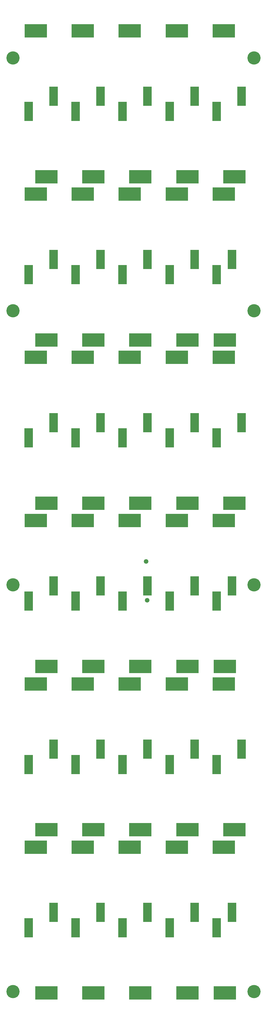
<source format=gts>
%FSLAX44Y44*%
%MOMM*%
G71*
G01*
G75*
G04 Layer_Color=8388736*
%ADD10R,2.5000X6.0000*%
%ADD11R,6.9850X4.0000*%
%ADD12C,1.0000*%
%ADD13C,4.0000*%
%ADD14C,1.2700*%
%ADD15R,1.0200X3.8000*%
%ADD16R,1.2192X0.8128*%
%ADD17R,0.3556X0.7620*%
%ADD18R,0.7620X0.3556*%
%ADD19R,2.7940X2.7940*%
%ADD20C,0.2540*%
%ADD21R,2.7032X6.2032*%
%ADD22R,7.1882X4.2032*%
%ADD23C,4.2032*%
%ADD24C,1.4732*%
D21*
X675240Y2903220D02*
D03*
X525240D02*
D03*
X375240D02*
D03*
X225240D02*
D03*
X75240D02*
D03*
X154760Y2951780D02*
D03*
X304760D02*
D03*
X454760D02*
D03*
X604760D02*
D03*
X754760D02*
D03*
X675240Y2383220D02*
D03*
X525240D02*
D03*
X375240D02*
D03*
X225240D02*
D03*
X75240D02*
D03*
X154760Y2431780D02*
D03*
X304760D02*
D03*
X454760D02*
D03*
X604760D02*
D03*
X724760D02*
D03*
X675240Y1863220D02*
D03*
X525240D02*
D03*
X375240D02*
D03*
X225240D02*
D03*
X75240D02*
D03*
X154760Y1911780D02*
D03*
X304760D02*
D03*
X454760D02*
D03*
X604760D02*
D03*
X754760D02*
D03*
X675240Y1343220D02*
D03*
X525240D02*
D03*
X375240D02*
D03*
X225240D02*
D03*
X75240D02*
D03*
X154760Y1391780D02*
D03*
X304760D02*
D03*
X454760D02*
D03*
X604760D02*
D03*
X724760D02*
D03*
X675240Y823220D02*
D03*
X525240D02*
D03*
X375240D02*
D03*
X225240D02*
D03*
X75240D02*
D03*
X154760Y871780D02*
D03*
X304760D02*
D03*
X454760D02*
D03*
X604760D02*
D03*
X754760D02*
D03*
X675240Y303220D02*
D03*
X525240D02*
D03*
X375240D02*
D03*
X225240D02*
D03*
X75240D02*
D03*
X154760Y351780D02*
D03*
X304760D02*
D03*
X454760D02*
D03*
X604760D02*
D03*
X724760D02*
D03*
D22*
X698100Y3159760D02*
D03*
X548100D02*
D03*
X398100D02*
D03*
X248100D02*
D03*
X98100D02*
D03*
X131900Y2695240D02*
D03*
X281900D02*
D03*
X431900D02*
D03*
X581900D02*
D03*
X731900D02*
D03*
X698100Y2639760D02*
D03*
X548100D02*
D03*
X398100D02*
D03*
X248100D02*
D03*
X98100D02*
D03*
X131900Y2175240D02*
D03*
X281900D02*
D03*
X431900D02*
D03*
X581900D02*
D03*
X701900D02*
D03*
X698100Y2119760D02*
D03*
X548100D02*
D03*
X398100D02*
D03*
X248100D02*
D03*
X98100D02*
D03*
X131900Y1655240D02*
D03*
X281900D02*
D03*
X431900D02*
D03*
X581900D02*
D03*
X731900D02*
D03*
X698100Y1599760D02*
D03*
X548100D02*
D03*
X398100D02*
D03*
X248100D02*
D03*
X98100D02*
D03*
X131900Y1135240D02*
D03*
X281900D02*
D03*
X431900D02*
D03*
X581900D02*
D03*
X701900D02*
D03*
X698100Y1079760D02*
D03*
X548100D02*
D03*
X398100D02*
D03*
X248100D02*
D03*
X98100D02*
D03*
X131900Y615240D02*
D03*
X281900D02*
D03*
X431900D02*
D03*
X581900D02*
D03*
X731900D02*
D03*
X698100Y559760D02*
D03*
X548100D02*
D03*
X398100D02*
D03*
X248100D02*
D03*
X98100D02*
D03*
X131900Y95240D02*
D03*
X281900D02*
D03*
X431900D02*
D03*
X581900D02*
D03*
X701900D02*
D03*
D23*
X25000Y3073499D02*
D03*
Y2267999D02*
D03*
Y1394999D02*
D03*
Y99999D02*
D03*
X795000Y3073499D02*
D03*
Y2267999D02*
D03*
Y1394999D02*
D03*
Y99999D02*
D03*
D24*
X450000Y1470000D02*
D03*
X454000Y1346250D02*
D03*
M02*

</source>
